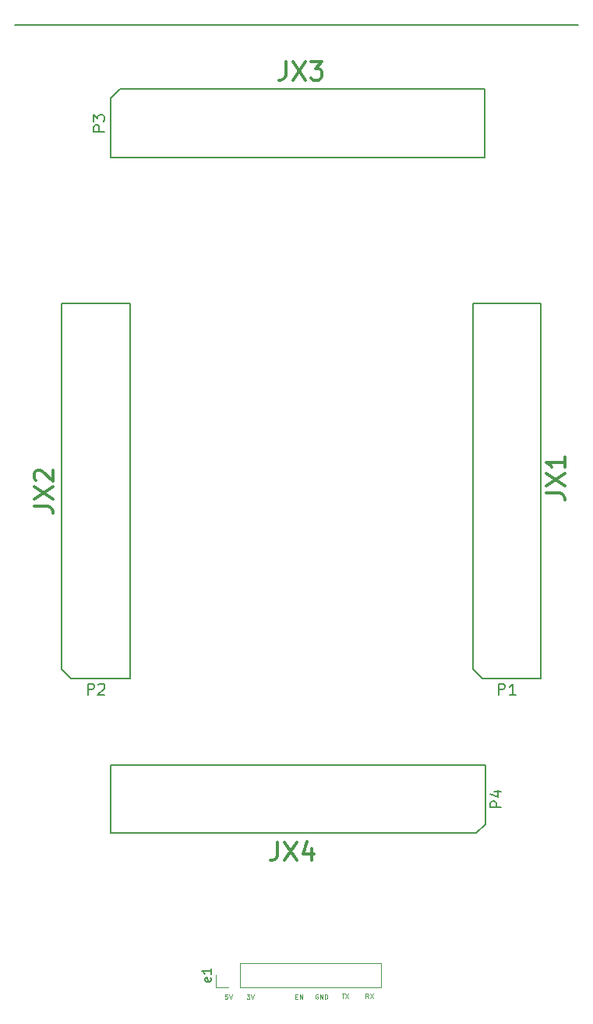
<source format=gbr>
%TF.GenerationSoftware,KiCad,Pcbnew,(5.1.10-1-10_14)*%
%TF.CreationDate,2021-08-18T14:54:20-05:00*%
%TF.ProjectId,payload_board,7061796c-6f61-4645-9f62-6f6172642e6b,3*%
%TF.SameCoordinates,Original*%
%TF.FileFunction,Legend,Top*%
%TF.FilePolarity,Positive*%
%FSLAX46Y46*%
G04 Gerber Fmt 4.6, Leading zero omitted, Abs format (unit mm)*
G04 Created by KiCad (PCBNEW (5.1.10-1-10_14)) date 2021-08-18 14:54:20*
%MOMM*%
%LPD*%
G01*
G04 APERTURE LIST*
%ADD10C,0.125000*%
%ADD11C,0.150000*%
%ADD12C,0.300000*%
%ADD13C,0.120000*%
G04 APERTURE END LIST*
D10*
X82199047Y-155226190D02*
X82508571Y-155226190D01*
X82341904Y-155416666D01*
X82413333Y-155416666D01*
X82460952Y-155440476D01*
X82484761Y-155464285D01*
X82508571Y-155511904D01*
X82508571Y-155630952D01*
X82484761Y-155678571D01*
X82460952Y-155702380D01*
X82413333Y-155726190D01*
X82270476Y-155726190D01*
X82222857Y-155702380D01*
X82199047Y-155678571D01*
X82651428Y-155226190D02*
X82818095Y-155726190D01*
X82984761Y-155226190D01*
X89939047Y-155220000D02*
X89891428Y-155196190D01*
X89820000Y-155196190D01*
X89748571Y-155220000D01*
X89700952Y-155267619D01*
X89677142Y-155315238D01*
X89653333Y-155410476D01*
X89653333Y-155481904D01*
X89677142Y-155577142D01*
X89700952Y-155624761D01*
X89748571Y-155672380D01*
X89820000Y-155696190D01*
X89867619Y-155696190D01*
X89939047Y-155672380D01*
X89962857Y-155648571D01*
X89962857Y-155481904D01*
X89867619Y-155481904D01*
X90177142Y-155696190D02*
X90177142Y-155196190D01*
X90462857Y-155696190D01*
X90462857Y-155196190D01*
X90700952Y-155696190D02*
X90700952Y-155196190D01*
X90820000Y-155196190D01*
X90891428Y-155220000D01*
X90939047Y-155267619D01*
X90962857Y-155315238D01*
X90986666Y-155410476D01*
X90986666Y-155481904D01*
X90962857Y-155577142D01*
X90939047Y-155624761D01*
X90891428Y-155672380D01*
X90820000Y-155696190D01*
X90700952Y-155696190D01*
X87500952Y-155434285D02*
X87667619Y-155434285D01*
X87739047Y-155696190D02*
X87500952Y-155696190D01*
X87500952Y-155196190D01*
X87739047Y-155196190D01*
X87953333Y-155696190D02*
X87953333Y-155196190D01*
X88239047Y-155696190D01*
X88239047Y-155196190D01*
X80084761Y-155196190D02*
X79846666Y-155196190D01*
X79822857Y-155434285D01*
X79846666Y-155410476D01*
X79894285Y-155386666D01*
X80013333Y-155386666D01*
X80060952Y-155410476D01*
X80084761Y-155434285D01*
X80108571Y-155481904D01*
X80108571Y-155600952D01*
X80084761Y-155648571D01*
X80060952Y-155672380D01*
X80013333Y-155696190D01*
X79894285Y-155696190D01*
X79846666Y-155672380D01*
X79822857Y-155648571D01*
X80251428Y-155196190D02*
X80418095Y-155696190D01*
X80584761Y-155196190D01*
X95406666Y-155666190D02*
X95240000Y-155428095D01*
X95120952Y-155666190D02*
X95120952Y-155166190D01*
X95311428Y-155166190D01*
X95359047Y-155190000D01*
X95382857Y-155213809D01*
X95406666Y-155261428D01*
X95406666Y-155332857D01*
X95382857Y-155380476D01*
X95359047Y-155404285D01*
X95311428Y-155428095D01*
X95120952Y-155428095D01*
X95573333Y-155166190D02*
X95906666Y-155666190D01*
X95906666Y-155166190D02*
X95573333Y-155666190D01*
X92519047Y-155166190D02*
X92804761Y-155166190D01*
X92661904Y-155666190D02*
X92661904Y-155166190D01*
X92923809Y-155166190D02*
X93257142Y-155666190D01*
X93257142Y-155166190D02*
X92923809Y-155666190D01*
D11*
X57000000Y-50000000D02*
X118200000Y-50000000D01*
D12*
X86480952Y-53954761D02*
X86480952Y-55383333D01*
X86385714Y-55669047D01*
X86195238Y-55859523D01*
X85909523Y-55954761D01*
X85719047Y-55954761D01*
X87242857Y-53954761D02*
X88576190Y-55954761D01*
X88576190Y-53954761D02*
X87242857Y-55954761D01*
X89147619Y-53954761D02*
X90385714Y-53954761D01*
X89719047Y-54716666D01*
X90004761Y-54716666D01*
X90195238Y-54811904D01*
X90290476Y-54907142D01*
X90385714Y-55097619D01*
X90385714Y-55573809D01*
X90290476Y-55764285D01*
X90195238Y-55859523D01*
X90004761Y-55954761D01*
X89433333Y-55954761D01*
X89242857Y-55859523D01*
X89147619Y-55764285D01*
X85540952Y-138684761D02*
X85540952Y-140113333D01*
X85445714Y-140399047D01*
X85255238Y-140589523D01*
X84969523Y-140684761D01*
X84779047Y-140684761D01*
X86302857Y-138684761D02*
X87636190Y-140684761D01*
X87636190Y-138684761D02*
X86302857Y-140684761D01*
X89255238Y-139351428D02*
X89255238Y-140684761D01*
X88779047Y-138589523D02*
X88302857Y-140018095D01*
X89540952Y-140018095D01*
X59114761Y-102189047D02*
X60543333Y-102189047D01*
X60829047Y-102284285D01*
X61019523Y-102474761D01*
X61114761Y-102760476D01*
X61114761Y-102950952D01*
X59114761Y-101427142D02*
X61114761Y-100093809D01*
X59114761Y-100093809D02*
X61114761Y-101427142D01*
X59305238Y-99427142D02*
X59210000Y-99331904D01*
X59114761Y-99141428D01*
X59114761Y-98665238D01*
X59210000Y-98474761D01*
X59305238Y-98379523D01*
X59495714Y-98284285D01*
X59686190Y-98284285D01*
X59971904Y-98379523D01*
X61114761Y-99522380D01*
X61114761Y-98284285D01*
X114734761Y-100769047D02*
X116163333Y-100769047D01*
X116449047Y-100864285D01*
X116639523Y-101054761D01*
X116734761Y-101340476D01*
X116734761Y-101530952D01*
X114734761Y-100007142D02*
X116734761Y-98673809D01*
X114734761Y-98673809D02*
X116734761Y-100007142D01*
X116734761Y-96864285D02*
X116734761Y-98007142D01*
X116734761Y-97435714D02*
X114734761Y-97435714D01*
X115020476Y-97626190D01*
X115210952Y-97816666D01*
X115306190Y-98007142D01*
D11*
X68395000Y-56955000D02*
X67395000Y-57955000D01*
X67395000Y-57955000D02*
X67395000Y-64355000D01*
X67395000Y-64355000D02*
X108095000Y-64355000D01*
X108095000Y-64355000D02*
X108095000Y-56955000D01*
X108095000Y-56955000D02*
X68395000Y-56955000D01*
X62115000Y-119945000D02*
X63115000Y-120945000D01*
X63115000Y-120945000D02*
X69515000Y-120945000D01*
X69515000Y-120945000D02*
X69515000Y-80245000D01*
X69515000Y-80245000D02*
X62115000Y-80245000D01*
X62115000Y-80245000D02*
X62115000Y-119945000D01*
X107130000Y-137720000D02*
X108130000Y-136720000D01*
X108130000Y-136720000D02*
X108130000Y-130320000D01*
X108130000Y-130320000D02*
X67430000Y-130320000D01*
X67430000Y-130320000D02*
X67430000Y-137720000D01*
X67430000Y-137720000D02*
X107130000Y-137720000D01*
X106765000Y-119945000D02*
X107765000Y-120945000D01*
X107765000Y-120945000D02*
X114165000Y-120945000D01*
X114165000Y-120945000D02*
X114165000Y-80245000D01*
X114165000Y-80245000D02*
X106765000Y-80245000D01*
X106765000Y-80245000D02*
X106765000Y-119945000D01*
D13*
X78880000Y-154460000D02*
X78880000Y-153130000D01*
X80210000Y-154460000D02*
X78880000Y-154460000D01*
X81480000Y-154460000D02*
X81480000Y-151800000D01*
X81480000Y-151800000D02*
X96780000Y-151800000D01*
X81480000Y-154460000D02*
X96780000Y-154460000D01*
X96780000Y-154460000D02*
X96780000Y-151800000D01*
D11*
X66737857Y-61540714D02*
X65537857Y-61540714D01*
X65537857Y-61083571D01*
X65595000Y-60969285D01*
X65652142Y-60912142D01*
X65766428Y-60855000D01*
X65937857Y-60855000D01*
X66052142Y-60912142D01*
X66109285Y-60969285D01*
X66166428Y-61083571D01*
X66166428Y-61540714D01*
X65537857Y-60455000D02*
X65537857Y-59712142D01*
X65995000Y-60112142D01*
X65995000Y-59940714D01*
X66052142Y-59826428D01*
X66109285Y-59769285D01*
X66223571Y-59712142D01*
X66509285Y-59712142D01*
X66623571Y-59769285D01*
X66680714Y-59826428D01*
X66737857Y-59940714D01*
X66737857Y-60283571D01*
X66680714Y-60397857D01*
X66623571Y-60455000D01*
X64929285Y-122687857D02*
X64929285Y-121487857D01*
X65386428Y-121487857D01*
X65500714Y-121545000D01*
X65557857Y-121602142D01*
X65615000Y-121716428D01*
X65615000Y-121887857D01*
X65557857Y-122002142D01*
X65500714Y-122059285D01*
X65386428Y-122116428D01*
X64929285Y-122116428D01*
X66072142Y-121602142D02*
X66129285Y-121545000D01*
X66243571Y-121487857D01*
X66529285Y-121487857D01*
X66643571Y-121545000D01*
X66700714Y-121602142D01*
X66757857Y-121716428D01*
X66757857Y-121830714D01*
X66700714Y-122002142D01*
X66015000Y-122687857D01*
X66757857Y-122687857D01*
X109872857Y-134905714D02*
X108672857Y-134905714D01*
X108672857Y-134448571D01*
X108730000Y-134334285D01*
X108787142Y-134277142D01*
X108901428Y-134220000D01*
X109072857Y-134220000D01*
X109187142Y-134277142D01*
X109244285Y-134334285D01*
X109301428Y-134448571D01*
X109301428Y-134905714D01*
X109072857Y-133191428D02*
X109872857Y-133191428D01*
X108615714Y-133477142D02*
X109472857Y-133762857D01*
X109472857Y-133020000D01*
X109579285Y-122687857D02*
X109579285Y-121487857D01*
X110036428Y-121487857D01*
X110150714Y-121545000D01*
X110207857Y-121602142D01*
X110265000Y-121716428D01*
X110265000Y-121887857D01*
X110207857Y-122002142D01*
X110150714Y-122059285D01*
X110036428Y-122116428D01*
X109579285Y-122116428D01*
X111407857Y-122687857D02*
X110722142Y-122687857D01*
X111065000Y-122687857D02*
X111065000Y-121487857D01*
X110950714Y-121659285D01*
X110836428Y-121773571D01*
X110722142Y-121830714D01*
X78284761Y-153415714D02*
X78332380Y-153510952D01*
X78332380Y-153701428D01*
X78284761Y-153796666D01*
X78189523Y-153844285D01*
X77808571Y-153844285D01*
X77713333Y-153796666D01*
X77665714Y-153701428D01*
X77665714Y-153510952D01*
X77713333Y-153415714D01*
X77808571Y-153368095D01*
X77903809Y-153368095D01*
X77999047Y-153844285D01*
X78332380Y-152415714D02*
X78332380Y-152987142D01*
X78332380Y-152701428D02*
X77332380Y-152701428D01*
X77475238Y-152796666D01*
X77570476Y-152891904D01*
X77618095Y-152987142D01*
M02*

</source>
